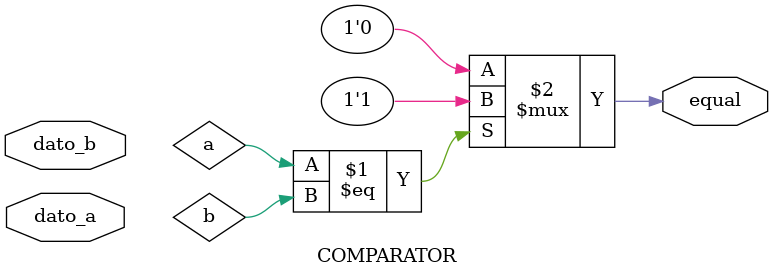
<source format=v>
`timescale 1ns / 1ps

module COMPARATOR(
    input  wire [31:0] dato_a,   // Primer operando
    input  wire [31:0] dato_b,   // Segundo operando
    output wire        equal    // Señal de igualdad
);

    // Comparar los dos operandos
    assign equal = (a == b) ? 1'b1 : 1'b0;
endmodule
</source>
